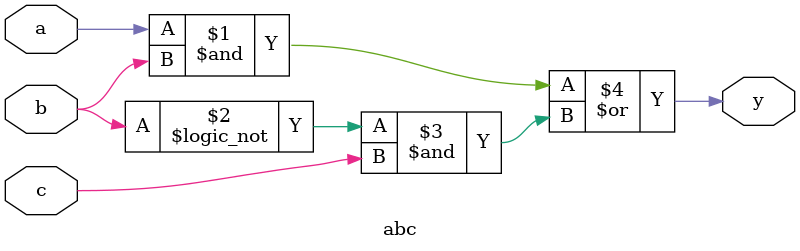
<source format=sv>
module abc (input logic a, b, c,
            output logic y);

  assign y = (a & b) | (!b & c);

endmodule



</source>
